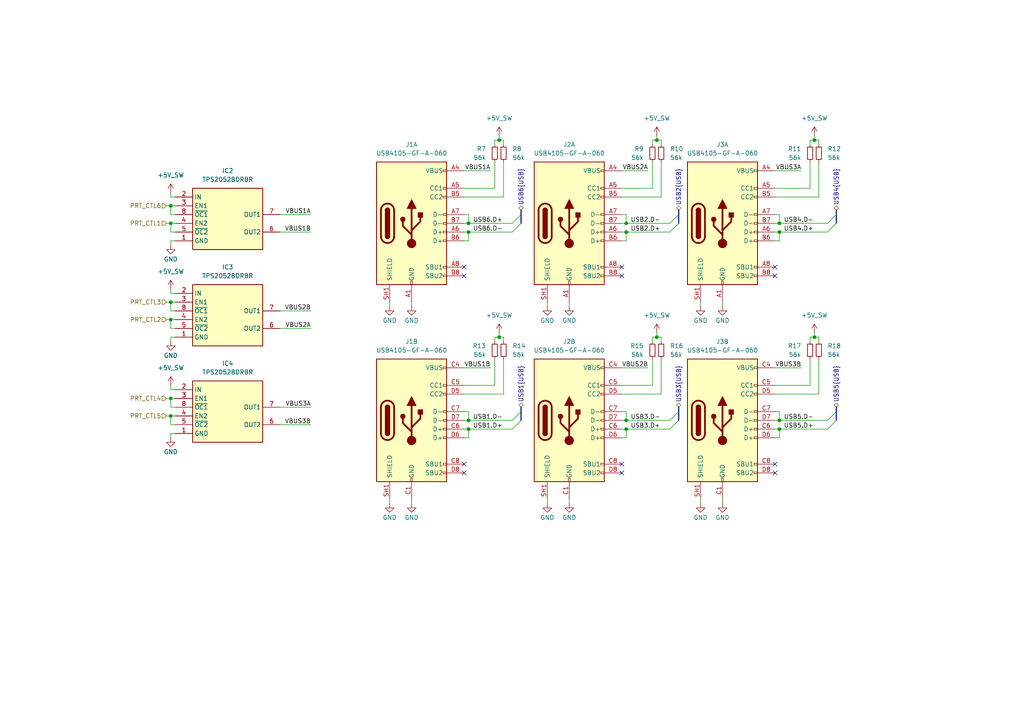
<source format=kicad_sch>
(kicad_sch (version 20250114) (generator "eeschema") (generator_version "9.0")
  (paper "A4")
  (lib_symbols
    (symbol "Device:R_Small" (pin_numbers (hide yes)) (pin_names (offset 0.254) (hide yes))
      (property "Reference" "R" (at 0.762 0.508 0))
      (property "Value" "R_Small" (at 0.762 -1.016 0))
      (symbol "R_Small_0_1"
        (rectangle (start -0.762 1.778) (end 0.762 -1.778) (stroke (width 0.2032)))
      )
      (symbol "R_Small_1_1"
        (pin passive line (at 0 2.54 270) (length 0.762) (name "~") (number "1"))
        (pin passive line (at 0 -2.54 90) (length 0.762) (name "~") (number "2"))
      )
    )
    (symbol "extras:TPS2052BDRBR"
      (property "Reference" "IC" (at 26.67 7.62 0))
      (property "Value" "TPS2052BDRBR" (at 26.67 5.08 0))
      (symbol "TPS2052BDRBR_1_1"
        (rectangle (start 5.08 2.54) (end 25.4 -15.24) (stroke (width 0.254)) (fill (type background)))
        (pin passive line (at 0 0 0) (length 5.08) (name "IN") (number "2"))
        (pin passive line (at 0 -2.54 0) (length 5.08) (name "EN1") (number "3"))
        (pin passive line (at 0 -5.08 0) (length 5.08) (name "~{OC1}") (number "8"))
        (pin passive line (at 0 -7.62 0) (length 5.08) (name "EN2") (number "4"))
        (pin passive line (at 0 -10.16 0) (length 5.08) (name "~{OC2}") (number "5"))
        (pin passive line (at 0 -12.7 0) (length 5.08) (name "GND") (number "1"))
        (pin passive line (at 0 -12.7 0) (length 5.08) (hide yes) (name "GND") (number "9"))
        (pin passive line (at 30.48 -5.08 180) (length 5.08) (name "OUT1") (number "7"))
        (pin passive line (at 30.48 -10.16 180) (length 5.08) (name "OUT2") (number "6"))
      )
    )
    (symbol "extras:USB4105-GF-A-060_satck" (pin_names (offset 1.016))
      (property "Reference" "J" (at 0 22.225 0))
      (property "Value" "USB4105-GF-A-060" (at 0 19.685 0))
      (symbol "USB4105-GF-A-060_satck_0_0"
        (rectangle (start -0.254 -17.78) (end 0.254 -16.764))
        (rectangle (start 10.16 15.494) (end 9.144 14.986))
        (rectangle (start 10.16 10.414) (end 9.144 9.906))
        (rectangle (start 10.16 7.874) (end 9.144 7.366))
        (rectangle (start 10.16 2.794) (end 9.144 2.286))
        (rectangle (start 10.16 0.254) (end 9.144 -0.254))
        (rectangle (start 10.16 -2.286) (end 9.144 -2.794))
        (rectangle (start 10.16 -4.826) (end 9.144 -5.334))
        (rectangle (start 10.16 -12.446) (end 9.144 -12.954))
        (rectangle (start 10.16 -14.986) (end 9.144 -15.494))
      )
      (symbol "USB4105-GF-A-060_satck_0_1"
        (rectangle (start -10.16 17.78) (end 10.16 -17.78) (stroke (width 0.254)) (fill (type background)))
        (polyline (pts (xy -8.89 -3.81) (xy -8.89 3.81)) (stroke (width 0.508)))
        (rectangle (start -7.62 -3.81) (end -6.35 3.81) (stroke (width 0.254)) (fill (type outline)))
        (arc (start -7.62 3.81) (mid -6.985 4.4423) (end -6.35 3.81) (stroke (width 0.254)))
        (arc (start -7.62 3.81) (mid -6.985 4.4423) (end -6.35 3.81) (stroke (width 0.254)) (fill (type outline)))
        (arc (start -8.89 3.81) (mid -6.985 5.7067) (end -5.08 3.81) (stroke (width 0.508)))
        (arc (start -5.08 -3.81) (mid -6.985 -5.7067) (end -8.89 -3.81) (stroke (width 0.508)))
        (arc (start -6.35 -3.81) (mid -6.985 -4.4423) (end -7.62 -3.81) (stroke (width 0.254)))
        (arc (start -6.35 -3.81) (mid -6.985 -4.4423) (end -7.62 -3.81) (stroke (width 0.254)) (fill (type outline)))
        (polyline (pts (xy -5.08 3.81) (xy -5.08 -3.81)) (stroke (width 0.508)))
        (circle (center -2.54 1.143) (radius 0.635) (stroke (width 0.254)) (fill (type outline)))
        (polyline (pts (xy -1.27 4.318) (xy 0 6.858) (xy 1.27 4.318) (xy -1.27 4.318)) (stroke (width 0.254)) (fill (type outline)))
        (polyline (pts (xy 0 -2.032) (xy 2.54 0.508) (xy 2.54 1.778)) (stroke (width 0.508)))
        (polyline (pts (xy 0 -3.302) (xy -2.54 -0.762) (xy -2.54 0.508)) (stroke (width 0.508)))
        (polyline (pts (xy 0 -5.842) (xy 0 4.318)) (stroke (width 0.508)))
        (circle (center 0 -5.842) (radius 1.27) (fill (type outline)))
        (rectangle (start 1.905 1.778) (end 3.175 3.048) (stroke (width 0.254)) (fill (type outline)))
      )
      (symbol "USB4105-GF-A-060_satck_1_1"
        (pin passive line (at -6.35 -22.86 90) (length 5.08) (name "SHIELD") (number "SH1"))
        (pin passive line (at 0 -22.86 90) (length 5.08) (name "GND") (number "A1"))
        (pin passive line (at 0 -22.86 90) (length 5.08) (hide yes) (name "GND") (number "A12"))
        (pin passive line (at 0 -22.86 90) (length 5.08) (hide yes) (name "GND") (number "B1"))
        (pin passive line (at 0 -22.86 90) (length 5.08) (hide yes) (name "GND") (number "B12"))
        (pin passive line (at 15.24 15.24 180) (length 5.08) (name "VBUS") (number "A4"))
        (pin passive line (at 15.24 15.24 180) (length 5.08) (hide yes) (name "VBUS") (number "A9"))
        (pin passive line (at 15.24 15.24 180) (length 5.08) (hide yes) (name "VBUS") (number "B4"))
        (pin passive line (at 15.24 15.24 180) (length 5.08) (hide yes) (name "VBUS") (number "B9"))
        (pin bidirectional line (at 15.24 10.16 180) (length 5.08) (name "CC1") (number "A5"))
        (pin bidirectional line (at 15.24 7.62 180) (length 5.08) (name "CC2") (number "B5"))
        (pin bidirectional line (at 15.24 2.54 180) (length 5.08) (name "D-") (number "A7"))
        (pin bidirectional line (at 15.24 0 180) (length 5.08) (name "D-") (number "B7"))
        (pin bidirectional line (at 15.24 -2.54 180) (length 5.08) (name "D+") (number "A6"))
        (pin bidirectional line (at 15.24 -5.08 180) (length 5.08) (name "D+") (number "B6"))
        (pin bidirectional line (at 15.24 -12.7 180) (length 5.08) (name "SBU1") (number "A8"))
        (pin bidirectional line (at 15.24 -15.24 180) (length 5.08) (name "SBU2") (number "B8"))
      )
      (symbol "USB4105-GF-A-060_satck_2_1"
        (pin passive line (at -6.35 -22.86 90) (length 5.08) (name "SHIELD") (number "SH1"))
        (pin passive line (at 0 -22.86 90) (length 5.08) (name "GND") (number "C1"))
        (pin passive line (at 0 -22.86 90) (length 5.08) (hide yes) (name "GND") (number "C12"))
        (pin passive line (at 0 -22.86 90) (length 5.08) (hide yes) (name "GND") (number "D1"))
        (pin passive line (at 0 -22.86 90) (length 5.08) (hide yes) (name "GND") (number "D12"))
        (pin passive line (at 15.24 15.24 180) (length 5.08) (name "VBUS") (number "C4"))
        (pin passive line (at 15.24 15.24 180) (length 5.08) (hide yes) (name "VBUS") (number "C9"))
        (pin passive line (at 15.24 15.24 180) (length 5.08) (hide yes) (name "VBUS") (number "D4"))
        (pin passive line (at 15.24 15.24 180) (length 5.08) (hide yes) (name "VBUS") (number "D9"))
        (pin bidirectional line (at 15.24 10.16 180) (length 5.08) (name "CC1") (number "C5"))
        (pin bidirectional line (at 15.24 7.62 180) (length 5.08) (name "CC2") (number "D5"))
        (pin bidirectional line (at 15.24 2.54 180) (length 5.08) (name "D-") (number "C7"))
        (pin bidirectional line (at 15.24 0 180) (length 5.08) (name "D-") (number "D7"))
        (pin bidirectional line (at 15.24 -2.54 180) (length 5.08) (name "D+") (number "C6"))
        (pin bidirectional line (at 15.24 -5.08 180) (length 5.08) (name "D+") (number "D6"))
        (pin bidirectional line (at 15.24 -12.7 180) (length 5.08) (name "SBU1") (number "C8"))
        (pin bidirectional line (at 15.24 -15.24 180) (length 5.08) (name "SBU2") (number "D8"))
      )
    )
    (symbol "power:+5V" (power) (pin_numbers (hide yes)) (pin_names (offset 0) (hide yes))
      (property "Value" "+5V" (at 0 3.556 0))
      (symbol "+5V_0_1"
        (polyline (pts (xy -0.762 1.27) (xy 0 2.54)))
        (polyline (pts (xy 0 2.54) (xy 0.762 1.27)))
        (polyline (pts (xy 0 0) (xy 0 2.54)))
      )
      (symbol "+5V_1_1"
        (pin power_in line (at 0 0 90) (length 0) (name "~") (number "1"))
      )
    )
    (symbol "power:GND" (power) (pin_numbers (hide yes)) (pin_names (offset 0) (hide yes))
      (property "Value" "GND" (at 0 -3.81 0))
      (symbol "GND_0_1"
        (polyline (pts (xy 0 0) (xy 0 -1.27) (xy 1.27 -1.27) (xy 0 -2.54) (xy -1.27 -1.27) (xy 0 -1.27)))
      )
      (symbol "GND_1_1"
        (pin power_in line (at 0 0 270) (length 0) (name "~") (number "1"))
      )
    )
  )
  (junction (at 49.53 120.65))
  (junction (at 181.61 121.92))
  (junction (at 226.06 121.92))
  (junction (at 144.78 97.79))
  (junction (at 135.89 67.31))
  (junction (at 226.06 64.77))
  (junction (at 49.53 64.77))
  (junction (at 49.53 115.57))
  (junction (at 226.06 67.31))
  (junction (at 135.89 64.77))
  (junction (at 181.61 64.77))
  (junction (at 144.78 40.64))
  (junction (at 181.61 67.31))
  (junction (at 135.89 124.46))
  (junction (at 49.53 59.69))
  (junction (at 226.06 124.46))
  (junction (at 236.22 40.64))
  (junction (at 190.5 40.64))
  (junction (at 49.53 92.71))
  (junction (at 135.89 121.92))
  (junction (at 190.5 97.79))
  (junction (at 181.61 124.46))
  (junction (at 236.22 97.79))
  (junction (at 49.53 87.63))
  (no_connect (at 134.62 80.01))
  (no_connect (at 134.62 134.62))
  (no_connect (at 180.34 80.01))
  (no_connect (at 224.79 137.16))
  (no_connect (at 224.79 77.47))
  (no_connect (at 180.34 134.62))
  (no_connect (at 224.79 134.62))
  (no_connect (at 180.34 77.47))
  (no_connect (at 134.62 137.16))
  (no_connect (at 224.79 80.01))
  (no_connect (at 180.34 137.16))
  (no_connect (at 134.62 77.47))
  (bus_entry (at 196.85 119.38) (size -2.54 2.54))
  (bus_entry (at 196.85 62.23) (size -2.54 2.54))
  (bus_entry (at 151.13 119.38) (size -2.54 2.54))
  (bus_entry (at 242.57 64.77) (size -2.54 2.54))
  (bus_entry (at 151.13 121.92) (size -2.54 2.54))
  (bus_entry (at 242.57 119.38) (size -2.54 2.54))
  (bus_entry (at 151.13 64.77) (size -2.54 2.54))
  (bus_entry (at 196.85 121.92) (size -2.54 2.54))
  (bus_entry (at 242.57 62.23) (size -2.54 2.54))
  (bus_entry (at 151.13 62.23) (size -2.54 2.54))
  (bus_entry (at 196.85 64.77) (size -2.54 2.54))
  (bus_entry (at 242.57 121.92) (size -2.54 2.54))
  (wire (pts (xy 203.2 87.63) (xy 203.2 88.9)))
  (wire (pts (xy 146.05 57.15) (xy 146.05 46.99)))
  (wire (pts (xy 50.8 67.31) (xy 49.53 67.31)))
  (wire (pts (xy 50.8 125.73) (xy 49.53 125.73)))
  (wire (pts (xy 49.53 115.57) (xy 50.8 115.57)))
  (wire (pts (xy 181.61 121.92) (xy 194.31 121.92)))
  (wire (pts (xy 134.62 57.15) (xy 146.05 57.15)))
  (wire (pts (xy 180.34 54.61) (xy 189.23 54.61)))
  (bus (pts (xy 242.57 119.38) (xy 242.57 121.92)))
  (wire (pts (xy 135.89 124.46) (xy 148.59 124.46)))
  (wire (pts (xy 48.26 92.71) (xy 49.53 92.71)))
  (wire (pts (xy 191.77 97.79) (xy 190.5 97.79)))
  (wire (pts (xy 158.75 87.63) (xy 158.75 88.9)))
  (wire (pts (xy 237.49 57.15) (xy 237.49 46.99)))
  (wire (pts (xy 49.53 92.71) (xy 49.53 95.25)))
  (wire (pts (xy 181.61 67.31) (xy 194.31 67.31)))
  (wire (pts (xy 180.34 62.23) (xy 181.61 62.23)))
  (wire (pts (xy 224.79 121.92) (xy 226.06 121.92)))
  (wire (pts (xy 146.05 41.91) (xy 146.05 40.64)))
  (wire (pts (xy 165.1 87.63) (xy 165.1 88.9)))
  (wire (pts (xy 48.26 59.69) (xy 49.53 59.69)))
  (wire (pts (xy 49.53 83.82) (xy 49.53 85.09)))
  (wire (pts (xy 135.89 69.85) (xy 135.89 67.31)))
  (wire (pts (xy 232.41 106.68) (xy 224.79 106.68)))
  (wire (pts (xy 119.38 144.78) (xy 119.38 146.05)))
  (wire (pts (xy 158.75 144.78) (xy 158.75 146.05)))
  (wire (pts (xy 234.95 40.64) (xy 236.22 40.64)))
  (wire (pts (xy 135.89 67.31) (xy 148.59 67.31)))
  (wire (pts (xy 236.22 97.79) (xy 236.22 96.52)))
  (bus (pts (xy 242.57 60.96) (xy 242.57 62.23)))
  (wire (pts (xy 181.61 64.77) (xy 194.31 64.77)))
  (wire (pts (xy 135.89 121.92) (xy 148.59 121.92)))
  (wire (pts (xy 50.8 69.85) (xy 49.53 69.85)))
  (wire (pts (xy 209.55 87.63) (xy 209.55 88.9)))
  (wire (pts (xy 180.34 127) (xy 181.61 127)))
  (wire (pts (xy 113.03 87.63) (xy 113.03 88.9)))
  (wire (pts (xy 224.79 57.15) (xy 237.49 57.15)))
  (wire (pts (xy 134.62 54.61) (xy 143.51 54.61)))
  (wire (pts (xy 143.51 54.61) (xy 143.51 46.99)))
  (wire (pts (xy 50.8 95.25) (xy 49.53 95.25)))
  (wire (pts (xy 181.61 119.38) (xy 180.34 119.38)))
  (wire (pts (xy 144.78 40.64) (xy 144.78 39.37)))
  (wire (pts (xy 48.26 64.77) (xy 49.53 64.77)))
  (wire (pts (xy 191.77 99.06) (xy 191.77 97.79)))
  (wire (pts (xy 234.95 97.79) (xy 236.22 97.79)))
  (wire (pts (xy 224.79 111.76) (xy 234.95 111.76)))
  (wire (pts (xy 49.53 57.15) (xy 50.8 57.15)))
  (wire (pts (xy 134.62 69.85) (xy 135.89 69.85)))
  (wire (pts (xy 209.55 144.78) (xy 209.55 146.05)))
  (wire (pts (xy 234.95 41.91) (xy 234.95 40.64)))
  (wire (pts (xy 181.61 62.23) (xy 181.61 64.77)))
  (wire (pts (xy 180.34 57.15) (xy 191.77 57.15)))
  (wire (pts (xy 180.34 121.92) (xy 181.61 121.92)))
  (wire (pts (xy 226.06 119.38) (xy 226.06 121.92)))
  (wire (pts (xy 134.62 62.23) (xy 135.89 62.23)))
  (wire (pts (xy 189.23 41.91) (xy 189.23 40.64)))
  (wire (pts (xy 224.79 64.77) (xy 226.06 64.77)))
  (bus (pts (xy 196.85 62.23) (xy 196.85 64.77)))
  (wire (pts (xy 224.79 119.38) (xy 226.06 119.38)))
  (wire (pts (xy 165.1 144.78) (xy 165.1 146.05)))
  (wire (pts (xy 189.23 97.79) (xy 190.5 97.79)))
  (wire (pts (xy 189.23 99.06) (xy 189.23 97.79)))
  (wire (pts (xy 49.53 62.23) (xy 49.53 59.69)))
  (wire (pts (xy 224.79 67.31) (xy 226.06 67.31)))
  (wire (pts (xy 181.61 69.85) (xy 181.61 67.31)))
  (wire (pts (xy 232.41 49.53) (xy 224.79 49.53)))
  (wire (pts (xy 226.06 124.46) (xy 240.03 124.46)))
  (wire (pts (xy 181.61 124.46) (xy 194.31 124.46)))
  (wire (pts (xy 237.49 97.79) (xy 236.22 97.79)))
  (wire (pts (xy 49.53 99.06) (xy 49.53 97.79)))
  (wire (pts (xy 49.53 115.57) (xy 49.53 118.11)))
  (wire (pts (xy 50.8 62.23) (xy 49.53 62.23)))
  (wire (pts (xy 135.89 124.46) (xy 135.89 127)))
  (wire (pts (xy 143.51 97.79) (xy 144.78 97.79)))
  (bus (pts (xy 151.13 62.23) (xy 151.13 64.77)))
  (wire (pts (xy 180.34 69.85) (xy 181.61 69.85)))
  (wire (pts (xy 119.38 87.63) (xy 119.38 88.9)))
  (bus (pts (xy 196.85 60.96) (xy 196.85 62.23)))
  (wire (pts (xy 49.53 113.03) (xy 50.8 113.03)))
  (wire (pts (xy 134.62 114.3) (xy 146.05 114.3)))
  (wire (pts (xy 191.77 57.15) (xy 191.77 46.99)))
  (wire (pts (xy 180.34 124.46) (xy 181.61 124.46)))
  (bus (pts (xy 196.85 118.11) (xy 196.85 119.38)))
  (wire (pts (xy 143.51 99.06) (xy 143.51 97.79)))
  (wire (pts (xy 90.17 62.23) (xy 81.28 62.23)))
  (wire (pts (xy 49.53 92.71) (xy 50.8 92.71)))
  (wire (pts (xy 191.77 40.64) (xy 190.5 40.64)))
  (wire (pts (xy 180.34 67.31) (xy 181.61 67.31)))
  (wire (pts (xy 226.06 62.23) (xy 226.06 64.77)))
  (wire (pts (xy 49.53 59.69) (xy 50.8 59.69)))
  (wire (pts (xy 144.78 97.79) (xy 144.78 96.52)))
  (wire (pts (xy 226.06 64.77) (xy 240.03 64.77)))
  (wire (pts (xy 190.5 97.79) (xy 190.5 96.52)))
  (wire (pts (xy 181.61 127) (xy 181.61 124.46)))
  (bus (pts (xy 242.57 62.23) (xy 242.57 64.77)))
  (wire (pts (xy 49.53 69.85) (xy 49.53 71.12)))
  (wire (pts (xy 234.95 54.61) (xy 234.95 46.99)))
  (wire (pts (xy 48.26 87.63) (xy 49.53 87.63)))
  (wire (pts (xy 143.51 111.76) (xy 143.51 104.14)))
  (wire (pts (xy 49.53 120.65) (xy 49.53 123.19)))
  (wire (pts (xy 49.53 64.77) (xy 49.53 67.31)))
  (wire (pts (xy 203.2 144.78) (xy 203.2 146.05)))
  (wire (pts (xy 90.17 90.17) (xy 81.28 90.17)))
  (wire (pts (xy 187.96 106.68) (xy 180.34 106.68)))
  (wire (pts (xy 224.79 62.23) (xy 226.06 62.23)))
  (wire (pts (xy 226.06 67.31) (xy 240.03 67.31)))
  (wire (pts (xy 135.89 62.23) (xy 135.89 64.77)))
  (wire (pts (xy 134.62 111.76) (xy 143.51 111.76)))
  (wire (pts (xy 226.06 127) (xy 226.06 124.46)))
  (wire (pts (xy 224.79 127) (xy 226.06 127)))
  (wire (pts (xy 135.89 127) (xy 134.62 127)))
  (wire (pts (xy 181.61 121.92) (xy 181.61 119.38)))
  (wire (pts (xy 224.79 114.3) (xy 237.49 114.3)))
  (wire (pts (xy 190.5 40.64) (xy 190.5 39.37)))
  (wire (pts (xy 146.05 99.06) (xy 146.05 97.79)))
  (wire (pts (xy 146.05 114.3) (xy 146.05 104.14)))
  (wire (pts (xy 234.95 111.76) (xy 234.95 104.14)))
  (wire (pts (xy 180.34 111.76) (xy 189.23 111.76)))
  (wire (pts (xy 134.62 67.31) (xy 135.89 67.31)))
  (wire (pts (xy 146.05 40.64) (xy 144.78 40.64)))
  (wire (pts (xy 49.53 87.63) (xy 49.53 90.17)))
  (wire (pts (xy 48.26 115.57) (xy 49.53 115.57)))
  (wire (pts (xy 49.53 125.73) (xy 49.53 127)))
  (wire (pts (xy 135.89 119.38) (xy 135.89 121.92)))
  (wire (pts (xy 135.89 121.92) (xy 134.62 121.92)))
  (wire (pts (xy 49.53 64.77) (xy 50.8 64.77)))
  (wire (pts (xy 49.53 111.76) (xy 49.53 113.03)))
  (wire (pts (xy 50.8 90.17) (xy 49.53 90.17)))
  (wire (pts (xy 180.34 114.3) (xy 191.77 114.3)))
  (wire (pts (xy 135.89 64.77) (xy 148.59 64.77)))
  (bus (pts (xy 242.57 118.11) (xy 242.57 119.38)))
  (wire (pts (xy 90.17 118.11) (xy 81.28 118.11)))
  (wire (pts (xy 113.03 144.78) (xy 113.03 146.05)))
  (wire (pts (xy 237.49 114.3) (xy 237.49 104.14)))
  (wire (pts (xy 191.77 114.3) (xy 191.77 104.14)))
  (wire (pts (xy 143.51 40.64) (xy 144.78 40.64)))
  (wire (pts (xy 49.53 85.09) (xy 50.8 85.09)))
  (wire (pts (xy 90.17 67.31) (xy 81.28 67.31)))
  (wire (pts (xy 146.05 97.79) (xy 144.78 97.79)))
  (wire (pts (xy 50.8 118.11) (xy 49.53 118.11)))
  (bus (pts (xy 151.13 118.11) (xy 151.13 119.38)))
  (wire (pts (xy 90.17 123.19) (xy 81.28 123.19)))
  (wire (pts (xy 224.79 124.46) (xy 226.06 124.46)))
  (wire (pts (xy 49.53 97.79) (xy 50.8 97.79)))
  (wire (pts (xy 142.24 49.53) (xy 134.62 49.53)))
  (wire (pts (xy 134.62 124.46) (xy 135.89 124.46)))
  (wire (pts (xy 189.23 54.61) (xy 189.23 46.99)))
  (wire (pts (xy 191.77 41.91) (xy 191.77 40.64)))
  (bus (pts (xy 196.85 119.38) (xy 196.85 121.92)))
  (wire (pts (xy 187.96 49.53) (xy 180.34 49.53)))
  (wire (pts (xy 49.53 120.65) (xy 50.8 120.65)))
  (bus (pts (xy 151.13 119.38) (xy 151.13 121.92)))
  (wire (pts (xy 226.06 69.85) (xy 226.06 67.31)))
  (wire (pts (xy 50.8 123.19) (xy 49.53 123.19)))
  (wire (pts (xy 236.22 40.64) (xy 236.22 39.37)))
  (wire (pts (xy 189.23 40.64) (xy 190.5 40.64)))
  (wire (pts (xy 189.23 111.76) (xy 189.23 104.14)))
  (wire (pts (xy 90.17 95.25) (xy 81.28 95.25)))
  (wire (pts (xy 224.79 54.61) (xy 234.95 54.61)))
  (wire (pts (xy 142.24 106.68) (xy 134.62 106.68)))
  (wire (pts (xy 49.53 87.63) (xy 50.8 87.63)))
  (wire (pts (xy 234.95 99.06) (xy 234.95 97.79)))
  (wire (pts (xy 224.79 69.85) (xy 226.06 69.85)))
  (wire (pts (xy 134.62 64.77) (xy 135.89 64.77)))
  (bus (pts (xy 151.13 60.96) (xy 151.13 62.23)))
  (wire (pts (xy 134.62 119.38) (xy 135.89 119.38)))
  (wire (pts (xy 237.49 40.64) (xy 236.22 40.64)))
  (wire (pts (xy 226.06 121.92) (xy 240.03 121.92)))
  (wire (pts (xy 180.34 64.77) (xy 181.61 64.77)))
  (wire (pts (xy 49.53 57.15) (xy 49.53 55.88)))
  (wire (pts (xy 48.26 120.65) (xy 49.53 120.65)))
  (wire (pts (xy 143.51 41.91) (xy 143.51 40.64)))
  (wire (pts (xy 237.49 99.06) (xy 237.49 97.79)))
  (wire (pts (xy 237.49 41.91) (xy 237.49 40.64)))
  (label "VBUS1B" (at 90.17 67.31 180))
  (label "VBUS1B" (at 142.24 106.68 180))
  (label "VBUS2B" (at 187.96 106.68 180))
  (label "VBUS2A" (at 90.17 95.25 180))
  (label "USB1.D-" (at 137.16 121.92 0))
  (label "USB6.D-" (at 137.16 67.31 0))
  (label "USB4.D-" (at 227.33 64.77 0))
  (label "USB2.D+" (at 182.88 67.31 0))
  (label "USB5.D-" (at 227.33 121.92 0))
  (label "USB1.D+" (at 137.16 124.46 0))
  (label "VBUS3B" (at 90.17 123.19 180))
  (label "USB3.D-" (at 182.88 121.92 0))
  (label "VBUS1A" (at 142.24 49.53 180))
  (label "VBUS3A" (at 90.17 118.11 180))
  (label "VBUS3B" (at 232.41 106.68 180))
  (label "VBUS2A" (at 187.96 49.53 180))
  (label "VBUS2B" (at 90.17 90.17 180))
  (label "USB6.D+" (at 137.16 64.77 0))
  (label "VBUS3A" (at 232.41 49.53 180))
  (label "VBUS1A" (at 90.17 62.23 180))
  (label "USB5.D+" (at 227.33 124.46 0))
  (label "USB4.D+" (at 227.33 67.31 0))
  (label "USB2.D-" (at 182.88 64.77 0))
  (label "USB3.D+" (at 182.88 124.46 0))
  (hierarchical_label "PRT_CTL3" (shape input) (at 48.26 87.63 180))
  (hierarchical_label "PRT_CTL5" (shape input) (at 48.26 120.65 180))
  (hierarchical_label "USB6{USB}" (shape bidirectional) (at 151.13 60.96 90))
  (hierarchical_label "USB5{USB}" (shape bidirectional) (at 242.57 118.11 90))
  (hierarchical_label "PRT_CTL4" (shape input) (at 48.26 115.57 180))
  (hierarchical_label "PRT_CTL6" (shape input) (at 48.26 59.69 180))
  (hierarchical_label "PRT_CTL2" (shape input) (at 48.26 92.71 180))
  (hierarchical_label "PRT_CTL1" (shape input) (at 48.26 64.77 180))
  (hierarchical_label "USB2{USB}" (shape bidirectional) (at 196.85 60.96 90))
  (hierarchical_label "USB3{USB}" (shape bidirectional) (at 196.85 118.11 90))
  (hierarchical_label "USB4{USB}" (shape bidirectional) (at 242.57 60.96 90))
  (hierarchical_label "USB1{USB}" (shape bidirectional) (at 151.13 118.11 90))
  (symbol (lib_id "power:GND") (at 209.55 146.05 0) (unit 1)
    (property "Reference" "#PWR053" (effects (hide yes)))
    (property "Value" "GND" (at 209.55 150.114 0))
    (property "Description" "Power symbol creates a global label with name \"GND\" , ground" (effects (hide yes)))
  )
  (symbol (lib_id "power:GND") (at 158.75 146.05 0) (unit 1)
    (property "Reference" "#PWR050" (effects (hide yes)))
    (property "Value" "GND" (at 158.75 150.114 0))
    (property "Description" "Power symbol creates a global label with name \"GND\" , ground" (effects (hide yes)))
  )
  (symbol (lib_id "Device:R_Small") (at 143.51 44.45 0) (unit 1)
    (property "Reference" "R7" (at 140.97 43.1799 0) (effects (justify right)))
    (property "Value" "56k" (at 140.97 45.7199 0) (effects (justify right)))
    (property "Footprint" "extras:R_0402" (effects (hide yes)))
    (property "Description" "Resistor, small symbol" (effects (hide yes)))
    (property "Mouser Part Number" "603-AF0402FR-0756KL" (effects (hide yes)))
  )
  (symbol (lib_id "extras:TPS2052BDRBR") (at 50.8 113.03 0) (unit 1)
    (property "Reference" "IC4" (at 66.04 105.41 0))
    (property "Value" "TPS2052BDRBR" (at 66.04 107.95 0))
    (property "Footprint" "extras:SON65P300X300X100-9N-D" (effects (hide yes)))
    (property "Datasheet" "http://www.ti.com/lit/ds/symlink/tps2051b.pdf" (effects (hide yes)))
    (property "Description" "Power Switch ICs - Power Distribution Crnt-Ltd,Pwr-Dist Sw" (effects (hide yes)))
    (property "Height" "1" (effects (hide yes)))
    (property "Mouser Part Number" "595-TPS2052BDRBR" (effects (hide yes)))
    (property "Mouser Price/Stock" "https://www.mouser.co.uk/ProductDetail/Texas-Instruments/TPS2052BDRBR?qs=drm0CCHqiV6Q6NCI%2FMPCQw%3D%3D" (effects (hide yes)))
    (property "Manufacturer_Name" "Texas Instruments" (effects (hide yes)))
    (property "Manufacturer_Part_Number" "TPS2052BDRBR" (effects (hide yes)))
  )
  (symbol (lib_id "power:+5V") (at 49.53 83.82 0) (unit 1)
    (property "Reference" "#PWR043" (effects (hide yes)))
    (property "Value" "+5V_SW" (at 49.53 78.74 0))
    (property "Description" "Power symbol creates a global label with name \"+5V\"" (effects (hide yes)))
  )
  (symbol (lib_id "power:+5V") (at 236.22 96.52 0) (unit 1)
    (property "Reference" "#PWR041" (effects (hide yes)))
    (property "Value" "+5V_SW" (at 236.22 91.44 0))
    (property "Description" "Power symbol creates a global label with name \"+5V\"" (effects (hide yes)))
  )
  (symbol (lib_id "power:+5V") (at 236.22 39.37 0) (unit 1)
    (property "Reference" "#PWR038" (effects (hide yes)))
    (property "Value" "+5V_SW" (at 236.22 34.29 0))
    (property "Description" "Power symbol creates a global label with name \"+5V\"" (effects (hide yes)))
  )
  (symbol (lib_id "power:GND") (at 165.1 88.9 0) (unit 1)
    (property "Reference" "#PWR057" (effects (hide yes)))
    (property "Value" "GND" (at 165.1 92.964 0))
    (property "Description" "Power symbol creates a global label with name \"GND\" , ground" (effects (hide yes)))
  )
  (symbol (lib_id "Device:R_Small") (at 191.77 44.45 0) (mirror y) (unit 1)
    (property "Reference" "R10" (at 194.31 43.1799 0) (effects (justify right)))
    (property "Value" "56k" (at 194.31 45.7199 0) (effects (justify right)))
    (property "Footprint" "extras:R_0402" (effects (hide yes)))
    (property "Description" "Resistor, small symbol" (effects (hide yes)))
    (property "Mouser Part Number" "603-AF0402FR-0756KL" (effects (hide yes)))
  )
  (symbol (lib_id "extras:USB4105-GF-A-060_satck") (at 165.1 121.92 0) (unit 2)
    (property "Reference" "J2" (at 165.1 99.06 0))
    (property "Value" "USB4105-GF-A-060" (at 165.1 101.6 0))
    (property "Footprint" "extras:GCT_USB4105-GF-A-060_stack" (effects (hide yes)))
    (property "Datasheet" "https://www.mouser.de/datasheet/2/837/Global_Connector_Technology_usb4105-3106202.pdf" (effects (hide yes)))
    (property "Description" "USB-Stecker USB Type C, 2.0 SMT PCB Top Mnt .60mm" (effects (hide yes)))
    (property "Mouser Part Number" "640-USB4105-GF-A-060" (effects (hide yes)))
    (property "Part Count" "2" (effects (hide yes)))
  )
  (symbol (lib_id "Device:R_Small") (at 237.49 44.45 0) (mirror y) (unit 1)
    (property "Reference" "R12" (at 240.03 43.1799 0) (effects (justify right)))
    (property "Value" "56k" (at 240.03 45.7199 0) (effects (justify right)))
    (property "Footprint" "extras:R_0402" (effects (hide yes)))
    (property "Description" "Resistor, small symbol" (effects (hide yes)))
    (property "Mouser Part Number" "603-AF0402FR-0756KL" (effects (hide yes)))
  )
  (symbol (lib_id "power:GND") (at 49.53 71.12 0) (unit 1)
    (property "Reference" "#PWR047" (effects (hide yes)))
    (property "Value" "GND" (at 49.53 75.184 0))
    (property "Description" "Power symbol creates a global label with name \"GND\" , ground" (effects (hide yes)))
  )
  (symbol (lib_id "power:GND") (at 113.03 88.9 0) (unit 1)
    (property "Reference" "#PWR058" (effects (hide yes)))
    (property "Value" "GND" (at 113.03 92.964 0))
    (property "Description" "Power symbol creates a global label with name \"GND\" , ground" (effects (hide yes)))
  )
  (symbol (lib_id "Device:R_Small") (at 191.77 101.6 0) (mirror y) (unit 1)
    (property "Reference" "R16" (at 194.31 100.3299 0) (effects (justify right)))
    (property "Value" "56k" (at 194.31 102.8699 0) (effects (justify right)))
    (property "Footprint" "extras:R_0402" (effects (hide yes)))
    (property "Description" "Resistor, small symbol" (effects (hide yes)))
    (property "Mouser Part Number" "603-AF0402FR-0756KL" (effects (hide yes)))
  )
  (symbol (lib_id "Device:R_Small") (at 143.51 101.6 0) (unit 1)
    (property "Reference" "R13" (at 140.97 100.3299 0) (effects (justify right)))
    (property "Value" "56k" (at 140.97 102.8699 0) (effects (justify right)))
    (property "Footprint" "extras:R_0402" (effects (hide yes)))
    (property "Description" "Resistor, small symbol" (effects (hide yes)))
    (property "Mouser Part Number" "603-AF0402FR-0756KL" (effects (hide yes)))
  )
  (symbol (lib_id "Device:R_Small") (at 234.95 44.45 0) (unit 1)
    (property "Reference" "R11" (at 232.41 43.1799 0) (effects (justify right)))
    (property "Value" "56k" (at 232.41 45.7199 0) (effects (justify right)))
    (property "Footprint" "extras:R_0402" (effects (hide yes)))
    (property "Description" "Resistor, small symbol" (effects (hide yes)))
    (property "Mouser Part Number" "603-AF0402FR-0756KL" (effects (hide yes)))
  )
  (symbol (lib_id "extras:USB4105-GF-A-060_satck") (at 119.38 121.92 0) (unit 2)
    (property "Reference" "J1" (at 119.38 99.06 0))
    (property "Value" "USB4105-GF-A-060" (at 119.38 101.6 0))
    (property "Footprint" "extras:GCT_USB4105-GF-A-060_stack" (effects (hide yes)))
    (property "Datasheet" "https://www.mouser.de/datasheet/2/837/Global_Connector_Technology_usb4105-3106202.pdf" (effects (hide yes)))
    (property "Description" "USB-Stecker USB Type C, 2.0 SMT PCB Top Mnt .60mm" (effects (hide yes)))
    (property "Mouser Part Number" "640-USB4105-GF-A-060" (effects (hide yes)))
    (property "Part Count" "2" (effects (hide yes)))
  )
  (symbol (lib_id "power:+5V") (at 49.53 111.76 0) (unit 1)
    (property "Reference" "#PWR044" (effects (hide yes)))
    (property "Value" "+5V_SW" (at 49.53 106.68 0))
    (property "Description" "Power symbol creates a global label with name \"+5V\"" (effects (hide yes)))
  )
  (symbol (lib_id "power:+5V") (at 190.5 39.37 0) (unit 1)
    (property "Reference" "#PWR037" (effects (hide yes)))
    (property "Value" "+5V_SW" (at 190.5 34.29 0))
    (property "Description" "Power symbol creates a global label with name \"+5V\"" (effects (hide yes)))
  )
  (symbol (lib_id "power:+5V") (at 144.78 96.52 0) (unit 1)
    (property "Reference" "#PWR039" (effects (hide yes)))
    (property "Value" "+5V_SW" (at 144.78 91.44 0))
    (property "Description" "Power symbol creates a global label with name \"+5V\"" (effects (hide yes)))
  )
  (symbol (lib_id "Device:R_Small") (at 189.23 101.6 0) (unit 1)
    (property "Reference" "R15" (at 186.69 100.3299 0) (effects (justify right)))
    (property "Value" "56k" (at 186.69 102.8699 0) (effects (justify right)))
    (property "Footprint" "extras:R_0402" (effects (hide yes)))
    (property "Description" "Resistor, small symbol" (effects (hide yes)))
    (property "Mouser Part Number" "603-AF0402FR-0756KL" (effects (hide yes)))
  )
  (symbol (lib_id "Device:R_Small") (at 189.23 44.45 0) (unit 1)
    (property "Reference" "R9" (at 186.69 43.1799 0) (effects (justify right)))
    (property "Value" "56k" (at 186.69 45.7199 0) (effects (justify right)))
    (property "Footprint" "extras:R_0402" (effects (hide yes)))
    (property "Description" "Resistor, small symbol" (effects (hide yes)))
    (property "Mouser Part Number" "603-AF0402FR-0756KL" (effects (hide yes)))
  )
  (symbol (lib_id "power:GND") (at 158.75 88.9 0) (unit 1)
    (property "Reference" "#PWR056" (effects (hide yes)))
    (property "Value" "GND" (at 158.75 92.964 0))
    (property "Description" "Power symbol creates a global label with name \"GND\" , ground" (effects (hide yes)))
  )
  (symbol (lib_id "power:GND") (at 119.38 88.9 0) (unit 1)
    (property "Reference" "#PWR059" (effects (hide yes)))
    (property "Value" "GND" (at 119.38 92.964 0))
    (property "Description" "Power symbol creates a global label with name \"GND\" , ground" (effects (hide yes)))
  )
  (symbol (lib_id "power:GND") (at 49.53 99.06 0) (unit 1)
    (property "Reference" "#PWR046" (effects (hide yes)))
    (property "Value" "GND" (at 49.53 103.124 0))
    (property "Description" "Power symbol creates a global label with name \"GND\" , ground" (effects (hide yes)))
  )
  (symbol (lib_id "extras:TPS2052BDRBR") (at 50.8 85.09 0) (unit 1)
    (property "Reference" "IC3" (at 66.04 77.47 0))
    (property "Value" "TPS2052BDRBR" (at 66.04 80.01 0))
    (property "Footprint" "extras:SON65P300X300X100-9N-D" (effects (hide yes)))
    (property "Datasheet" "http://www.ti.com/lit/ds/symlink/tps2051b.pdf" (effects (hide yes)))
    (property "Description" "Power Switch ICs - Power Distribution Crnt-Ltd,Pwr-Dist Sw" (effects (hide yes)))
    (property "Height" "1" (effects (hide yes)))
    (property "Mouser Part Number" "595-TPS2052BDRBR" (effects (hide yes)))
    (property "Mouser Price/Stock" "https://www.mouser.co.uk/ProductDetail/Texas-Instruments/TPS2052BDRBR?qs=drm0CCHqiV6Q6NCI%2FMPCQw%3D%3D" (effects (hide yes)))
    (property "Manufacturer_Name" "Texas Instruments" (effects (hide yes)))
    (property "Manufacturer_Part_Number" "TPS2052BDRBR" (effects (hide yes)))
  )
  (symbol (lib_id "power:GND") (at 49.53 127 0) (unit 1)
    (property "Reference" "#PWR045" (effects (hide yes)))
    (property "Value" "GND" (at 49.53 131.064 0))
    (property "Description" "Power symbol creates a global label with name \"GND\" , ground" (effects (hide yes)))
  )
  (symbol (lib_id "power:GND") (at 209.55 88.9 0) (unit 1)
    (property "Reference" "#PWR055" (effects (hide yes)))
    (property "Value" "GND" (at 209.55 92.964 0))
    (property "Description" "Power symbol creates a global label with name \"GND\" , ground" (effects (hide yes)))
  )
  (symbol (lib_id "extras:USB4105-GF-A-060_satck") (at 209.55 121.92 0) (unit 2)
    (property "Reference" "J3" (at 209.55 99.06 0))
    (property "Value" "USB4105-GF-A-060" (at 209.55 101.6 0))
    (property "Footprint" "extras:GCT_USB4105-GF-A-060_stack" (effects (hide yes)))
    (property "Datasheet" "https://www.mouser.de/datasheet/2/837/Global_Connector_Technology_usb4105-3106202.pdf" (effects (hide yes)))
    (property "Description" "USB-Stecker USB Type C, 2.0 SMT PCB Top Mnt .60mm" (effects (hide yes)))
    (property "Mouser Part Number" "640-USB4105-GF-A-060" (effects (hide yes)))
    (property "Part Count" "2" (effects (hide yes)))
  )
  (symbol (lib_id "Device:R_Small") (at 146.05 101.6 0) (mirror y) (unit 1)
    (property "Reference" "R14" (at 148.59 100.3299 0) (effects (justify right)))
    (property "Value" "56k" (at 148.59 102.8699 0) (effects (justify right)))
    (property "Footprint" "extras:R_0402" (effects (hide yes)))
    (property "Description" "Resistor, small symbol" (effects (hide yes)))
    (property "Mouser Part Number" "603-AF0402FR-0756KL" (effects (hide yes)))
  )
  (symbol (lib_id "power:GND") (at 203.2 146.05 0) (unit 1)
    (property "Reference" "#PWR052" (effects (hide yes)))
    (property "Value" "GND" (at 203.2 150.114 0))
    (property "Description" "Power symbol creates a global label with name \"GND\" , ground" (effects (hide yes)))
  )
  (symbol (lib_id "power:GND") (at 113.03 146.05 0) (unit 1)
    (property "Reference" "#PWR048" (effects (hide yes)))
    (property "Value" "GND" (at 113.03 150.114 0))
    (property "Description" "Power symbol creates a global label with name \"GND\" , ground" (effects (hide yes)))
  )
  (symbol (lib_id "power:GND") (at 165.1 146.05 0) (unit 1)
    (property "Reference" "#PWR051" (effects (hide yes)))
    (property "Value" "GND" (at 165.1 150.114 0))
    (property "Description" "Power symbol creates a global label with name \"GND\" , ground" (effects (hide yes)))
  )
  (symbol (lib_id "Device:R_Small") (at 237.49 101.6 0) (mirror y) (unit 1)
    (property "Reference" "R18" (at 240.03 100.3299 0) (effects (justify right)))
    (property "Value" "56k" (at 240.03 102.8699 0) (effects (justify right)))
    (property "Footprint" "extras:R_0402" (effects (hide yes)))
    (property "Description" "Resistor, small symbol" (effects (hide yes)))
    (property "Mouser Part Number" "603-AF0402FR-0756KL" (effects (hide yes)))
  )
  (symbol (lib_id "power:GND") (at 203.2 88.9 0) (unit 1)
    (property "Reference" "#PWR054" (effects (hide yes)))
    (property "Value" "GND" (at 203.2 92.964 0))
    (property "Description" "Power symbol creates a global label with name \"GND\" , ground" (effects (hide yes)))
  )
  (symbol (lib_id "extras:USB4105-GF-A-060_satck") (at 209.55 64.77 0) (unit 1)
    (property "Reference" "J3" (at 209.55 41.91 0))
    (property "Value" "USB4105-GF-A-060" (at 209.55 44.45 0))
    (property "Footprint" "extras:GCT_USB4105-GF-A-060_stack" (effects (hide yes)))
    (property "Datasheet" "https://www.mouser.de/datasheet/2/837/Global_Connector_Technology_usb4105-3106202.pdf" (effects (hide yes)))
    (property "Description" "USB-Stecker USB Type C, 2.0 SMT PCB Top Mnt .60mm" (effects (hide yes)))
    (property "Mouser Part Number" "640-USB4105-GF-A-060" (effects (hide yes)))
    (property "Part Count" "2" (effects (hide yes)))
  )
  (symbol (lib_id "extras:USB4105-GF-A-060_satck") (at 119.38 64.77 0) (unit 1)
    (property "Reference" "J1" (at 119.38 41.91 0))
    (property "Value" "USB4105-GF-A-060" (at 119.38 44.45 0))
    (property "Footprint" "extras:GCT_USB4105-GF-A-060_stack" (effects (hide yes)))
    (property "Datasheet" "https://www.mouser.de/datasheet/2/837/Global_Connector_Technology_usb4105-3106202.pdf" (effects (hide yes)))
    (property "Description" "USB-Stecker USB Type C, 2.0 SMT PCB Top Mnt .60mm" (effects (hide yes)))
    (property "Mouser Part Number" "640-USB4105-GF-A-060" (effects (hide yes)))
    (property "Part Count" "2" (effects (hide yes)))
  )
  (symbol (lib_id "power:+5V") (at 49.53 55.88 0) (unit 1)
    (property "Reference" "#PWR042" (effects (hide yes)))
    (property "Value" "+5V_SW" (at 49.53 50.8 0))
    (property "Description" "Power symbol creates a global label with name \"+5V\"" (effects (hide yes)))
  )
  (symbol (lib_id "Device:R_Small") (at 234.95 101.6 0) (unit 1)
    (property "Reference" "R17" (at 232.41 100.3299 0) (effects (justify right)))
    (property "Value" "56k" (at 232.41 102.8699 0) (effects (justify right)))
    (property "Footprint" "extras:R_0402" (effects (hide yes)))
    (property "Description" "Resistor, small symbol" (effects (hide yes)))
    (property "Mouser Part Number" "603-AF0402FR-0756KL" (effects (hide yes)))
  )
  (symbol (lib_id "extras:TPS2052BDRBR") (at 50.8 57.15 0) (unit 1)
    (property "Reference" "IC2" (at 66.04 49.53 0))
    (property "Value" "TPS2052BDRBR" (at 66.04 52.07 0))
    (property "Footprint" "extras:SON65P300X300X100-9N-D" (effects (hide yes)))
    (property "Datasheet" "http://www.ti.com/lit/ds/symlink/tps2051b.pdf" (effects (hide yes)))
    (property "Description" "Power Switch ICs - Power Distribution Crnt-Ltd,Pwr-Dist Sw" (effects (hide yes)))
    (property "Height" "1" (effects (hide yes)))
    (property "Mouser Part Number" "595-TPS2052BDRBR" (effects (hide yes)))
    (property "Mouser Price/Stock" "https://www.mouser.co.uk/ProductDetail/Texas-Instruments/TPS2052BDRBR?qs=drm0CCHqiV6Q6NCI%2FMPCQw%3D%3D" (effects (hide yes)))
    (property "Manufacturer_Name" "Texas Instruments" (effects (hide yes)))
    (property "Manufacturer_Part_Number" "TPS2052BDRBR" (effects (hide yes)))
  )
  (symbol (lib_id "extras:USB4105-GF-A-060_satck") (at 165.1 64.77 0) (unit 1)
    (property "Reference" "J2" (at 165.1 41.91 0))
    (property "Value" "USB4105-GF-A-060" (at 165.1 44.45 0))
    (property "Footprint" "extras:GCT_USB4105-GF-A-060_stack" (effects (hide yes)))
    (property "Datasheet" "https://www.mouser.de/datasheet/2/837/Global_Connector_Technology_usb4105-3106202.pdf" (effects (hide yes)))
    (property "Description" "USB-Stecker USB Type C, 2.0 SMT PCB Top Mnt .60mm" (effects (hide yes)))
    (property "Mouser Part Number" "640-USB4105-GF-A-060" (effects (hide yes)))
    (property "Part Count" "2" (effects (hide yes)))
  )
  (symbol (lib_id "Device:R_Small") (at 146.05 44.45 0) (mirror y) (unit 1)
    (property "Reference" "R8" (at 148.59 43.1799 0) (effects (justify right)))
    (property "Value" "56k" (at 148.59 45.7199 0) (effects (justify right)))
    (property "Footprint" "extras:R_0402" (effects (hide yes)))
    (property "Description" "Resistor, small symbol" (effects (hide yes)))
    (property "Mouser Part Number" "603-AF0402FR-0756KL" (effects (hide yes)))
  )
  (symbol (lib_id "power:GND") (at 119.38 146.05 0) (unit 1)
    (property "Reference" "#PWR049" (effects (hide yes)))
    (property "Value" "GND" (at 119.38 150.114 0))
    (property "Description" "Power symbol creates a global label with name \"GND\" , ground" (effects (hide yes)))
  )
  (symbol (lib_id "power:+5V") (at 144.78 39.37 0) (unit 1)
    (property "Reference" "#PWR036" (effects (hide yes)))
    (property "Value" "+5V_SW" (at 144.78 34.29 0))
    (property "Description" "Power symbol creates a global label with name \"+5V\"" (effects (hide yes)))
  )
  (symbol (lib_id "power:+5V") (at 190.5 96.52 0) (unit 1)
    (property "Reference" "#PWR040" (effects (hide yes)))
    (property "Value" "+5V_SW" (at 190.5 91.44 0))
    (property "Description" "Power symbol creates a global label with name \"+5V\"" (effects (hide yes)))
  )
)
</source>
